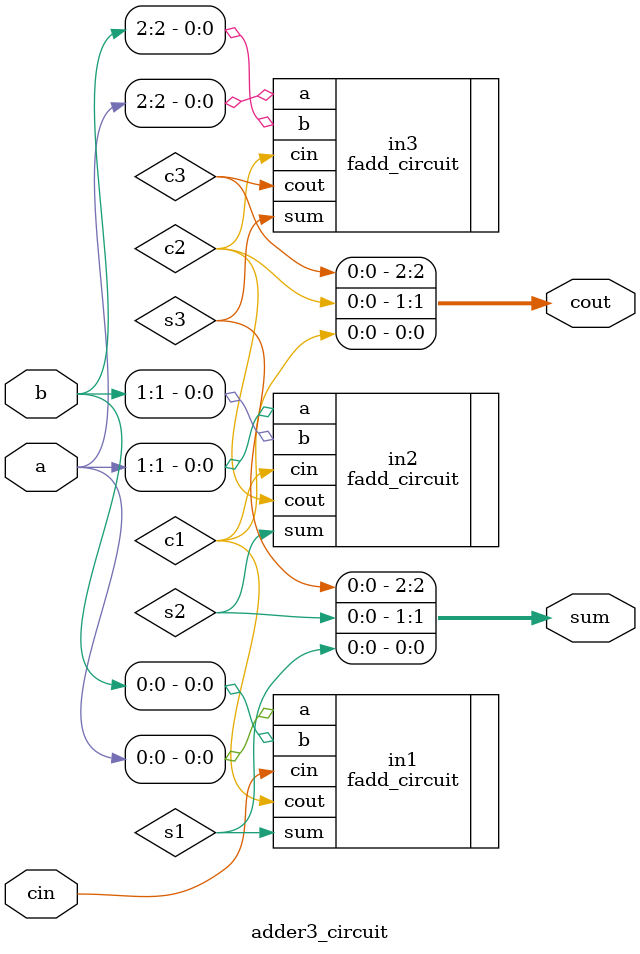
<source format=v>
module adder3_circuit( 
   input [2:0] a, b,
   input cin,
   output [2:0] cout,
   output [2:0] sum 
);
	wire s1, s2, s3, c1, c2, c3;
	
   fadd_circuit in1 ( .a(a[0]), .b(b[0]), .cin(cin), .cout(c1), .sum(s1) );
   fadd_circuit in2 ( .a(a[1]), .b(b[1]), .cin(c1), .cout(c2), .sum(s2) );
   fadd_circuit in3 ( .a(a[2]), .b(b[2]), .cin(c2), .cout(c3), .sum(s3) );
	
   assign sum = {s3, s2, s1};
   assign cout = {c3, c2, c1};
endmodule 
</source>
